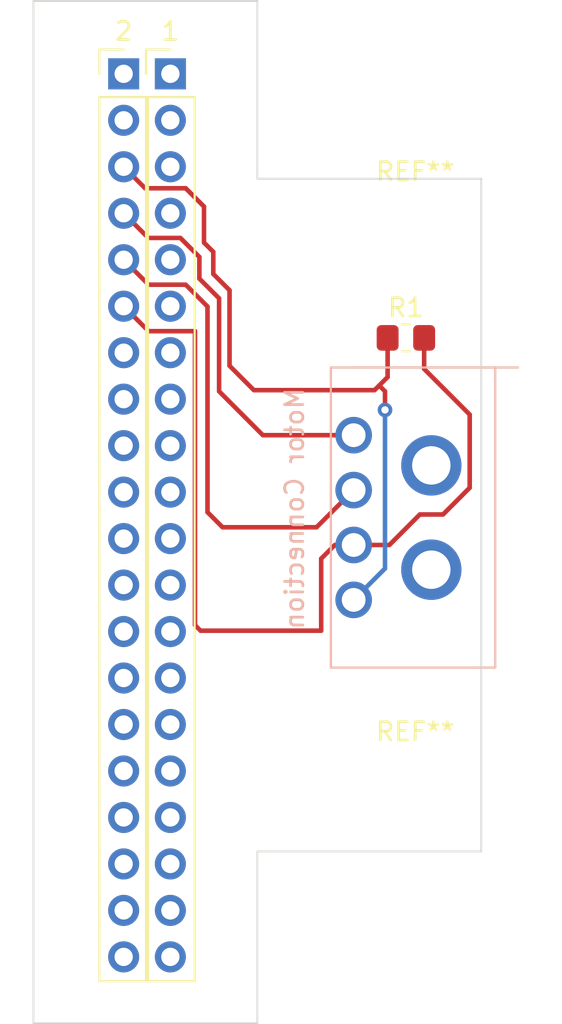
<source format=kicad_pcb>
(kicad_pcb (version 20171130) (host pcbnew "(5.1.10-1-10_14)")

  (general
    (thickness 1.6)
    (drawings 8)
    (tracks 49)
    (zones 0)
    (modules 6)
    (nets 41)
  )

  (page A4)
  (layers
    (0 F.Cu signal)
    (31 B.Cu signal)
    (32 B.Adhes user)
    (33 F.Adhes user)
    (34 B.Paste user)
    (35 F.Paste user)
    (36 B.SilkS user)
    (37 F.SilkS user)
    (38 B.Mask user)
    (39 F.Mask user)
    (40 Dwgs.User user)
    (41 Cmts.User user)
    (42 Eco1.User user)
    (43 Eco2.User user)
    (44 Edge.Cuts user)
    (45 Margin user)
    (46 B.CrtYd user)
    (47 F.CrtYd user)
    (48 B.Fab user)
    (49 F.Fab user)
  )

  (setup
    (last_trace_width 0.25)
    (trace_clearance 0.2)
    (zone_clearance 0.508)
    (zone_45_only no)
    (trace_min 0.2)
    (via_size 0.8)
    (via_drill 0.4)
    (via_min_size 0.4)
    (via_min_drill 0.3)
    (uvia_size 0.3)
    (uvia_drill 0.1)
    (uvias_allowed no)
    (uvia_min_size 0.2)
    (uvia_min_drill 0.1)
    (edge_width 0.1)
    (segment_width 0.2)
    (pcb_text_width 0.3)
    (pcb_text_size 1.5 1.5)
    (mod_edge_width 0.15)
    (mod_text_size 1 1)
    (mod_text_width 0.15)
    (pad_size 1.524 1.524)
    (pad_drill 0.762)
    (pad_to_mask_clearance 0)
    (aux_axis_origin 0 0)
    (visible_elements FFFFFF7F)
    (pcbplotparams
      (layerselection 0x010fc_ffffffff)
      (usegerberextensions false)
      (usegerberattributes true)
      (usegerberadvancedattributes true)
      (creategerberjobfile true)
      (excludeedgelayer true)
      (linewidth 0.100000)
      (plotframeref false)
      (viasonmask false)
      (mode 1)
      (useauxorigin false)
      (hpglpennumber 1)
      (hpglpenspeed 20)
      (hpglpendiameter 15.000000)
      (psnegative false)
      (psa4output false)
      (plotreference true)
      (plotvalue true)
      (plotinvisibletext false)
      (padsonsilk false)
      (subtractmaskfromsilk false)
      (outputformat 1)
      (mirror false)
      (drillshape 1)
      (scaleselection 1)
      (outputdirectory ""))
  )

  (net 0 "")
  (net 1 "Net-(J1-Pad1)")
  (net 2 "Net-(J1-Pad2)")
  (net 3 "Net-(J1-Pad3)")
  (net 4 "Net-(J1-Pad4)")
  (net 5 "Net-(J1-Pad5)")
  (net 6 "Net-(J1-Pad6)")
  (net 7 "Net-(J1-Pad7)")
  (net 8 "Net-(J1-Pad8)")
  (net 9 "Net-(J1-Pad9)")
  (net 10 "Net-(J1-Pad10)")
  (net 11 "Net-(J1-Pad11)")
  (net 12 "Net-(J1-Pad12)")
  (net 13 "Net-(J1-Pad13)")
  (net 14 "Net-(J1-Pad14)")
  (net 15 "Net-(J1-Pad15)")
  (net 16 "Net-(J1-Pad16)")
  (net 17 "Net-(J1-Pad17)")
  (net 18 "Net-(J1-Pad18)")
  (net 19 "Net-(J1-Pad19)")
  (net 20 "Net-(J1-Pad20)")
  (net 21 "Net-(J2-Pad20)")
  (net 22 "Net-(J2-Pad19)")
  (net 23 "Net-(J2-Pad18)")
  (net 24 "Net-(J2-Pad17)")
  (net 25 "Net-(J2-Pad16)")
  (net 26 "Net-(J2-Pad15)")
  (net 27 "Net-(J2-Pad14)")
  (net 28 "Net-(J2-Pad13)")
  (net 29 "Net-(J2-Pad12)")
  (net 30 "Net-(J2-Pad11)")
  (net 31 "Net-(J2-Pad10)")
  (net 32 "Net-(J2-Pad9)")
  (net 33 "Net-(J2-Pad8)")
  (net 34 "Net-(J2-Pad7)")
  (net 35 "Net-(J2-Pad6)")
  (net 36 "Net-(J2-Pad5)")
  (net 37 "Net-(J2-Pad4)")
  (net 38 "Net-(J2-Pad3)")
  (net 39 "Net-(J2-Pad2)")
  (net 40 "Net-(J2-Pad1)")

  (net_class Default "This is the default net class."
    (clearance 0.2)
    (trace_width 0.25)
    (via_dia 0.8)
    (via_drill 0.4)
    (uvia_dia 0.3)
    (uvia_drill 0.1)
    (add_net "Net-(J1-Pad1)")
    (add_net "Net-(J1-Pad10)")
    (add_net "Net-(J1-Pad11)")
    (add_net "Net-(J1-Pad12)")
    (add_net "Net-(J1-Pad13)")
    (add_net "Net-(J1-Pad14)")
    (add_net "Net-(J1-Pad15)")
    (add_net "Net-(J1-Pad16)")
    (add_net "Net-(J1-Pad17)")
    (add_net "Net-(J1-Pad18)")
    (add_net "Net-(J1-Pad19)")
    (add_net "Net-(J1-Pad2)")
    (add_net "Net-(J1-Pad20)")
    (add_net "Net-(J1-Pad3)")
    (add_net "Net-(J1-Pad4)")
    (add_net "Net-(J1-Pad5)")
    (add_net "Net-(J1-Pad6)")
    (add_net "Net-(J1-Pad7)")
    (add_net "Net-(J1-Pad8)")
    (add_net "Net-(J1-Pad9)")
    (add_net "Net-(J2-Pad1)")
    (add_net "Net-(J2-Pad10)")
    (add_net "Net-(J2-Pad11)")
    (add_net "Net-(J2-Pad12)")
    (add_net "Net-(J2-Pad13)")
    (add_net "Net-(J2-Pad14)")
    (add_net "Net-(J2-Pad15)")
    (add_net "Net-(J2-Pad16)")
    (add_net "Net-(J2-Pad17)")
    (add_net "Net-(J2-Pad18)")
    (add_net "Net-(J2-Pad19)")
    (add_net "Net-(J2-Pad2)")
    (add_net "Net-(J2-Pad20)")
    (add_net "Net-(J2-Pad3)")
    (add_net "Net-(J2-Pad4)")
    (add_net "Net-(J2-Pad5)")
    (add_net "Net-(J2-Pad6)")
    (add_net "Net-(J2-Pad7)")
    (add_net "Net-(J2-Pad8)")
    (add_net "Net-(J2-Pad9)")
  )

  (module MountingHole:MountingHole_2.5mm (layer F.Cu) (tedit 56D1B4CB) (tstamp 6161272E)
    (at 152.146 71.4375)
    (descr "Mounting Hole 2.5mm, no annular")
    (tags "mounting hole 2.5mm no annular")
    (attr virtual)
    (fp_text reference REF** (at 0 -3.5) (layer F.SilkS)
      (effects (font (size 1 1) (thickness 0.15)))
    )
    (fp_text value MountingHole_2.5mm (at 0 3.5) (layer F.Fab)
      (effects (font (size 1 1) (thickness 0.15)))
    )
    (fp_text user %R (at 0.3 0) (layer F.Fab)
      (effects (font (size 1 1) (thickness 0.15)))
    )
    (fp_circle (center 0 0) (end 2.5 0) (layer Cmts.User) (width 0.15))
    (fp_circle (center 0 0) (end 2.75 0) (layer F.CrtYd) (width 0.05))
    (pad 1 np_thru_hole circle (at 0 0) (size 2.5 2.5) (drill 2.5) (layers *.Cu *.Mask))
  )

  (module MountingHole:MountingHole_2.5mm (layer F.Cu) (tedit 56D1B4CB) (tstamp 616126F5)
    (at 152.146 40.8305)
    (descr "Mounting Hole 2.5mm, no annular")
    (tags "mounting hole 2.5mm no annular")
    (attr virtual)
    (fp_text reference REF** (at 0 -3.5) (layer F.SilkS)
      (effects (font (size 1 1) (thickness 0.15)))
    )
    (fp_text value MountingHole_2.5mm (at 0 3.5) (layer F.Fab)
      (effects (font (size 1 1) (thickness 0.15)))
    )
    (fp_text user %R (at 0.3 0) (layer F.Fab)
      (effects (font (size 1 1) (thickness 0.15)))
    )
    (fp_circle (center 0 0) (end 2.5 0) (layer Cmts.User) (width 0.15))
    (fp_circle (center 0 0) (end 2.75 0) (layer F.CrtYd) (width 0.05))
    (pad 1 np_thru_hole circle (at 0 0) (size 2.5 2.5) (drill 2.5) (layers *.Cu *.Mask))
  )

  (module Connector_PinHeader_2.54mm:PinHeader_1x20_P2.54mm_Vertical (layer F.Cu) (tedit 59FED5CC) (tstamp 6160C1FA)
    (at 136.191001 31.987501)
    (descr "Through hole straight pin header, 1x20, 2.54mm pitch, single row")
    (tags "Through hole pin header THT 1x20 2.54mm single row")
    (path /61625A5C)
    (fp_text reference 2 (at 0 -2.33) (layer F.SilkS)
      (effects (font (size 1 1) (thickness 0.15)))
    )
    (fp_text value Conn_01x20_Male (at 0 50.59) (layer F.Fab)
      (effects (font (size 1 1) (thickness 0.15)))
    )
    (fp_line (start 1.8 -1.8) (end -1.8 -1.8) (layer F.CrtYd) (width 0.05))
    (fp_line (start 1.8 50.05) (end 1.8 -1.8) (layer F.CrtYd) (width 0.05))
    (fp_line (start -1.8 50.05) (end 1.8 50.05) (layer F.CrtYd) (width 0.05))
    (fp_line (start -1.8 -1.8) (end -1.8 50.05) (layer F.CrtYd) (width 0.05))
    (fp_line (start -1.33 -1.33) (end 0 -1.33) (layer F.SilkS) (width 0.12))
    (fp_line (start -1.33 0) (end -1.33 -1.33) (layer F.SilkS) (width 0.12))
    (fp_line (start -1.33 1.27) (end 1.33 1.27) (layer F.SilkS) (width 0.12))
    (fp_line (start 1.33 1.27) (end 1.33 49.59) (layer F.SilkS) (width 0.12))
    (fp_line (start -1.33 1.27) (end -1.33 49.59) (layer F.SilkS) (width 0.12))
    (fp_line (start -1.33 49.59) (end 1.33 49.59) (layer F.SilkS) (width 0.12))
    (fp_line (start -1.27 -0.635) (end -0.635 -1.27) (layer F.Fab) (width 0.1))
    (fp_line (start -1.27 49.53) (end -1.27 -0.635) (layer F.Fab) (width 0.1))
    (fp_line (start 1.27 49.53) (end -1.27 49.53) (layer F.Fab) (width 0.1))
    (fp_line (start 1.27 -1.27) (end 1.27 49.53) (layer F.Fab) (width 0.1))
    (fp_line (start -0.635 -1.27) (end 1.27 -1.27) (layer F.Fab) (width 0.1))
    (fp_text user %R (at 0 24.13 90) (layer F.Fab)
      (effects (font (size 1 1) (thickness 0.15)))
    )
    (pad 1 thru_hole rect (at 0 0) (size 1.7 1.7) (drill 1) (layers *.Cu *.Mask)
      (net 1 "Net-(J1-Pad1)"))
    (pad 2 thru_hole oval (at 0 2.54) (size 1.7 1.7) (drill 1) (layers *.Cu *.Mask)
      (net 2 "Net-(J1-Pad2)"))
    (pad 3 thru_hole oval (at 0 5.08) (size 1.7 1.7) (drill 1) (layers *.Cu *.Mask)
      (net 3 "Net-(J1-Pad3)"))
    (pad 4 thru_hole oval (at 0 7.62) (size 1.7 1.7) (drill 1) (layers *.Cu *.Mask)
      (net 4 "Net-(J1-Pad4)"))
    (pad 5 thru_hole oval (at 0 10.16) (size 1.7 1.7) (drill 1) (layers *.Cu *.Mask)
      (net 5 "Net-(J1-Pad5)"))
    (pad 6 thru_hole oval (at 0 12.7) (size 1.7 1.7) (drill 1) (layers *.Cu *.Mask)
      (net 6 "Net-(J1-Pad6)"))
    (pad 7 thru_hole oval (at 0 15.24) (size 1.7 1.7) (drill 1) (layers *.Cu *.Mask)
      (net 7 "Net-(J1-Pad7)"))
    (pad 8 thru_hole oval (at 0 17.78) (size 1.7 1.7) (drill 1) (layers *.Cu *.Mask)
      (net 8 "Net-(J1-Pad8)"))
    (pad 9 thru_hole oval (at 0 20.32) (size 1.7 1.7) (drill 1) (layers *.Cu *.Mask)
      (net 9 "Net-(J1-Pad9)"))
    (pad 10 thru_hole oval (at 0 22.86) (size 1.7 1.7) (drill 1) (layers *.Cu *.Mask)
      (net 10 "Net-(J1-Pad10)"))
    (pad 11 thru_hole oval (at 0 25.4) (size 1.7 1.7) (drill 1) (layers *.Cu *.Mask)
      (net 11 "Net-(J1-Pad11)"))
    (pad 12 thru_hole oval (at 0 27.94) (size 1.7 1.7) (drill 1) (layers *.Cu *.Mask)
      (net 12 "Net-(J1-Pad12)"))
    (pad 13 thru_hole oval (at 0 30.48) (size 1.7 1.7) (drill 1) (layers *.Cu *.Mask)
      (net 13 "Net-(J1-Pad13)"))
    (pad 14 thru_hole oval (at 0 33.02) (size 1.7 1.7) (drill 1) (layers *.Cu *.Mask)
      (net 14 "Net-(J1-Pad14)"))
    (pad 15 thru_hole oval (at 0 35.56) (size 1.7 1.7) (drill 1) (layers *.Cu *.Mask)
      (net 15 "Net-(J1-Pad15)"))
    (pad 16 thru_hole oval (at 0 38.1) (size 1.7 1.7) (drill 1) (layers *.Cu *.Mask)
      (net 16 "Net-(J1-Pad16)"))
    (pad 17 thru_hole oval (at 0 40.64) (size 1.7 1.7) (drill 1) (layers *.Cu *.Mask)
      (net 17 "Net-(J1-Pad17)"))
    (pad 18 thru_hole oval (at 0 43.18) (size 1.7 1.7) (drill 1) (layers *.Cu *.Mask)
      (net 18 "Net-(J1-Pad18)"))
    (pad 19 thru_hole oval (at 0 45.72) (size 1.7 1.7) (drill 1) (layers *.Cu *.Mask)
      (net 19 "Net-(J1-Pad19)"))
    (pad 20 thru_hole oval (at 0 48.26) (size 1.7 1.7) (drill 1) (layers *.Cu *.Mask)
      (net 20 "Net-(J1-Pad20)"))
    (model ${KISYS3DMOD}/Connector_PinHeader_2.54mm.3dshapes/PinHeader_1x20_P2.54mm_Vertical.wrl
      (at (xyz 0 0 0))
      (scale (xyz 1 1 1))
      (rotate (xyz 0 0 0))
    )
  )

  (module Connector_PinHeader_2.54mm:PinHeader_1x20_P2.54mm_Vertical (layer F.Cu) (tedit 59FED5CC) (tstamp 6160C222)
    (at 138.7475 31.987501)
    (descr "Through hole straight pin header, 1x20, 2.54mm pitch, single row")
    (tags "Through hole pin header THT 1x20 2.54mm single row")
    (path /61626C2B)
    (fp_text reference 1 (at 0 -2.33) (layer F.SilkS)
      (effects (font (size 1 1) (thickness 0.15)))
    )
    (fp_text value Conn_01x20_Male (at 0 50.59) (layer F.Fab)
      (effects (font (size 1 1) (thickness 0.15)))
    )
    (fp_text user %R (at 0 24.13 90) (layer F.Fab)
      (effects (font (size 1 1) (thickness 0.15)))
    )
    (fp_line (start -0.635 -1.27) (end 1.27 -1.27) (layer F.Fab) (width 0.1))
    (fp_line (start 1.27 -1.27) (end 1.27 49.53) (layer F.Fab) (width 0.1))
    (fp_line (start 1.27 49.53) (end -1.27 49.53) (layer F.Fab) (width 0.1))
    (fp_line (start -1.27 49.53) (end -1.27 -0.635) (layer F.Fab) (width 0.1))
    (fp_line (start -1.27 -0.635) (end -0.635 -1.27) (layer F.Fab) (width 0.1))
    (fp_line (start -1.33 49.59) (end 1.33 49.59) (layer F.SilkS) (width 0.12))
    (fp_line (start -1.33 1.27) (end -1.33 49.59) (layer F.SilkS) (width 0.12))
    (fp_line (start 1.33 1.27) (end 1.33 49.59) (layer F.SilkS) (width 0.12))
    (fp_line (start -1.33 1.27) (end 1.33 1.27) (layer F.SilkS) (width 0.12))
    (fp_line (start -1.33 0) (end -1.33 -1.33) (layer F.SilkS) (width 0.12))
    (fp_line (start -1.33 -1.33) (end 0 -1.33) (layer F.SilkS) (width 0.12))
    (fp_line (start -1.8 -1.8) (end -1.8 50.05) (layer F.CrtYd) (width 0.05))
    (fp_line (start -1.8 50.05) (end 1.8 50.05) (layer F.CrtYd) (width 0.05))
    (fp_line (start 1.8 50.05) (end 1.8 -1.8) (layer F.CrtYd) (width 0.05))
    (fp_line (start 1.8 -1.8) (end -1.8 -1.8) (layer F.CrtYd) (width 0.05))
    (pad 20 thru_hole oval (at 0 48.26) (size 1.7 1.7) (drill 1) (layers *.Cu *.Mask)
      (net 21 "Net-(J2-Pad20)"))
    (pad 19 thru_hole oval (at 0 45.72) (size 1.7 1.7) (drill 1) (layers *.Cu *.Mask)
      (net 22 "Net-(J2-Pad19)"))
    (pad 18 thru_hole oval (at 0 43.18) (size 1.7 1.7) (drill 1) (layers *.Cu *.Mask)
      (net 23 "Net-(J2-Pad18)"))
    (pad 17 thru_hole oval (at 0 40.64) (size 1.7 1.7) (drill 1) (layers *.Cu *.Mask)
      (net 24 "Net-(J2-Pad17)"))
    (pad 16 thru_hole oval (at 0 38.1) (size 1.7 1.7) (drill 1) (layers *.Cu *.Mask)
      (net 25 "Net-(J2-Pad16)"))
    (pad 15 thru_hole oval (at 0 35.56) (size 1.7 1.7) (drill 1) (layers *.Cu *.Mask)
      (net 26 "Net-(J2-Pad15)"))
    (pad 14 thru_hole oval (at 0 33.02) (size 1.7 1.7) (drill 1) (layers *.Cu *.Mask)
      (net 27 "Net-(J2-Pad14)"))
    (pad 13 thru_hole oval (at 0 30.48) (size 1.7 1.7) (drill 1) (layers *.Cu *.Mask)
      (net 28 "Net-(J2-Pad13)"))
    (pad 12 thru_hole oval (at 0 27.94) (size 1.7 1.7) (drill 1) (layers *.Cu *.Mask)
      (net 29 "Net-(J2-Pad12)"))
    (pad 11 thru_hole oval (at 0 25.4) (size 1.7 1.7) (drill 1) (layers *.Cu *.Mask)
      (net 30 "Net-(J2-Pad11)"))
    (pad 10 thru_hole oval (at 0 22.86) (size 1.7 1.7) (drill 1) (layers *.Cu *.Mask)
      (net 31 "Net-(J2-Pad10)"))
    (pad 9 thru_hole oval (at 0 20.32) (size 1.7 1.7) (drill 1) (layers *.Cu *.Mask)
      (net 32 "Net-(J2-Pad9)"))
    (pad 8 thru_hole oval (at 0 17.78) (size 1.7 1.7) (drill 1) (layers *.Cu *.Mask)
      (net 33 "Net-(J2-Pad8)"))
    (pad 7 thru_hole oval (at 0 15.24) (size 1.7 1.7) (drill 1) (layers *.Cu *.Mask)
      (net 34 "Net-(J2-Pad7)"))
    (pad 6 thru_hole oval (at 0 12.7) (size 1.7 1.7) (drill 1) (layers *.Cu *.Mask)
      (net 35 "Net-(J2-Pad6)"))
    (pad 5 thru_hole oval (at 0 10.16) (size 1.7 1.7) (drill 1) (layers *.Cu *.Mask)
      (net 36 "Net-(J2-Pad5)"))
    (pad 4 thru_hole oval (at 0 7.62) (size 1.7 1.7) (drill 1) (layers *.Cu *.Mask)
      (net 37 "Net-(J2-Pad4)"))
    (pad 3 thru_hole oval (at 0 5.08) (size 1.7 1.7) (drill 1) (layers *.Cu *.Mask)
      (net 38 "Net-(J2-Pad3)"))
    (pad 2 thru_hole oval (at 0 2.54) (size 1.7 1.7) (drill 1) (layers *.Cu *.Mask)
      (net 39 "Net-(J2-Pad2)"))
    (pad 1 thru_hole rect (at 0 0) (size 1.7 1.7) (drill 1) (layers *.Cu *.Mask)
      (net 40 "Net-(J2-Pad1)"))
    (model ${KISYS3DMOD}/Connector_PinHeader_2.54mm.3dshapes/PinHeader_1x20_P2.54mm_Vertical.wrl
      (at (xyz 0 0 0))
      (scale (xyz 1 1 1))
      (rotate (xyz 0 0 0))
    )
  )

  (module Resistor_SMD:R_0805_2012Metric_Pad1.20x1.40mm_HandSolder (layer F.Cu) (tedit 5F68FEEE) (tstamp 6160C24B)
    (at 151.638 46.4185)
    (descr "Resistor SMD 0805 (2012 Metric), square (rectangular) end terminal, IPC_7351 nominal with elongated pad for handsoldering. (Body size source: IPC-SM-782 page 72, https://www.pcb-3d.com/wordpress/wp-content/uploads/ipc-sm-782a_amendment_1_and_2.pdf), generated with kicad-footprint-generator")
    (tags "resistor handsolder")
    (path /6160EA2B)
    (attr smd)
    (fp_text reference R1 (at 0 -1.65) (layer F.SilkS)
      (effects (font (size 1 1) (thickness 0.15)))
    )
    (fp_text value R (at 0 1.65) (layer F.Fab)
      (effects (font (size 1 1) (thickness 0.15)))
    )
    (fp_line (start 1.85 0.95) (end -1.85 0.95) (layer F.CrtYd) (width 0.05))
    (fp_line (start 1.85 -0.95) (end 1.85 0.95) (layer F.CrtYd) (width 0.05))
    (fp_line (start -1.85 -0.95) (end 1.85 -0.95) (layer F.CrtYd) (width 0.05))
    (fp_line (start -1.85 0.95) (end -1.85 -0.95) (layer F.CrtYd) (width 0.05))
    (fp_line (start -0.227064 0.735) (end 0.227064 0.735) (layer F.SilkS) (width 0.12))
    (fp_line (start -0.227064 -0.735) (end 0.227064 -0.735) (layer F.SilkS) (width 0.12))
    (fp_line (start 1 0.625) (end -1 0.625) (layer F.Fab) (width 0.1))
    (fp_line (start 1 -0.625) (end 1 0.625) (layer F.Fab) (width 0.1))
    (fp_line (start -1 -0.625) (end 1 -0.625) (layer F.Fab) (width 0.1))
    (fp_line (start -1 0.625) (end -1 -0.625) (layer F.Fab) (width 0.1))
    (fp_text user %R (at 0 0) (layer F.Fab)
      (effects (font (size 0.5 0.5) (thickness 0.08)))
    )
    (pad 1 smd roundrect (at -1 0) (size 1.2 1.4) (layers F.Cu F.Paste F.Mask) (roundrect_rratio 0.208333)
      (net 3 "Net-(J1-Pad3)"))
    (pad 2 smd roundrect (at 1 0) (size 1.2 1.4) (layers F.Cu F.Paste F.Mask) (roundrect_rratio 0.208333)
      (net 6 "Net-(J1-Pad6)"))
    (model ${KISYS3DMOD}/Resistor_SMD.3dshapes/R_0805_2012Metric.wrl
      (at (xyz 0 0 0))
      (scale (xyz 1 1 1))
      (rotate (xyz 0 0 0))
    )
  )

  (module Connector:TE_Connectivity_AMP_Connectors (layer B.Cu) (tedit 6160B907) (tstamp 6160CA2E)
    (at 153.0305 53.887 270)
    (path /61628496)
    (fp_text reference "Motor Connection" (at 1.866 7.4885 270) (layer B.SilkS)
      (effects (font (size 1 1) (thickness 0.15)) (justify mirror))
    )
    (fp_text value Conn_01x04_Male (at 0 11.43 270) (layer B.Fab)
      (effects (font (size 1 1) (thickness 0.15)) (justify mirror))
    )
    (fp_line (start -5.85 4.25) (end -5.85 -4.75) (layer B.SilkS) (width 0.12))
    (fp_line (start -5.85 5.5) (end 10.55 5.5) (layer B.SilkS) (width 0.12))
    (fp_line (start -5.85 5.5) (end -5.85 -3.5) (layer B.SilkS) (width 0.12))
    (fp_line (start 10.55 5.5) (end 10.55 -3.5) (layer B.SilkS) (width 0.12))
    (fp_line (start -5.85 -3.5) (end 10.55 -3.5) (layer B.SilkS) (width 0.12))
    (pad 5 thru_hole circle (at -0.5 0 270) (size 3.3 3.3) (drill 2.1) (layers *.Cu *.Mask))
    (pad 6 thru_hole circle (at 5.2 0 270) (size 3.3 3.3) (drill 2.1) (layers *.Cu *.Mask))
    (pad 1 thru_hole circle (at -2.15 4.25 270) (size 2 2) (drill 1.3) (layers *.Cu *.Mask)
      (net 4 "Net-(J1-Pad4)"))
    (pad 2 thru_hole circle (at 0.85 4.25 270) (size 2 2) (drill 1.3) (layers *.Cu *.Mask)
      (net 5 "Net-(J1-Pad5)"))
    (pad 3 thru_hole circle (at 3.85 4.25 270) (size 2 2) (drill 1.3) (layers *.Cu *.Mask)
      (net 6 "Net-(J1-Pad6)"))
    (pad 4 thru_hole circle (at 6.85 4.25 270) (size 2 2) (drill 1.3) (layers *.Cu *.Mask)
      (net 3 "Net-(J1-Pad3)"))
  )

  (gr_line (start 143.51 28.0035) (end 131.2545 28.0035) (layer Edge.Cuts) (width 0.1) (tstamp 6161278E))
  (gr_line (start 143.51 37.719) (end 143.51 28.0035) (layer Edge.Cuts) (width 0.1))
  (gr_line (start 155.7655 37.719) (end 143.51 37.719) (layer Edge.Cuts) (width 0.1))
  (gr_line (start 155.7655 74.4855) (end 155.7655 37.719) (layer Edge.Cuts) (width 0.1))
  (gr_line (start 143.51 74.4855) (end 155.7655 74.4855) (layer Edge.Cuts) (width 0.1))
  (gr_line (start 143.51 83.8835) (end 143.51 74.4855) (layer Edge.Cuts) (width 0.1))
  (gr_line (start 131.2545 83.8835) (end 143.51 83.8835) (layer Edge.Cuts) (width 0.1))
  (gr_line (start 131.2545 28.0035) (end 131.2545 83.8835) (layer Edge.Cuts) (width 0.1))

  (segment (start 150.638 48.5615) (end 150.638 46.4185) (width 0.25) (layer F.Cu) (net 3))
  (segment (start 148.7805 60.737) (end 150.495 59.0225) (width 0.25) (layer B.Cu) (net 3))
  (segment (start 150.495 59.0225) (end 150.495 50.3555) (width 0.25) (layer B.Cu) (net 3))
  (segment (start 150.495 50.3555) (end 150.495 50.3555) (width 0.25) (layer B.Cu) (net 3) (tstamp 6160CB56))
  (via (at 150.495 50.3555) (size 0.8) (drill 0.4) (layers F.Cu B.Cu) (net 3))
  (segment (start 150.495 49.3395) (end 150.1775 49.022) (width 0.25) (layer F.Cu) (net 3))
  (segment (start 150.495 50.3555) (end 150.495 49.3395) (width 0.25) (layer F.Cu) (net 3))
  (segment (start 150.1775 49.022) (end 150.638 48.5615) (width 0.25) (layer F.Cu) (net 3))
  (segment (start 143.3195 49.276) (end 149.9235 49.276) (width 0.25) (layer F.Cu) (net 3))
  (segment (start 141.986 47.9425) (end 143.3195 49.276) (width 0.25) (layer F.Cu) (net 3))
  (segment (start 141.097 42.926) (end 141.986 43.815) (width 0.25) (layer F.Cu) (net 3))
  (segment (start 141.097 41.7195) (end 141.097 42.926) (width 0.25) (layer F.Cu) (net 3))
  (segment (start 149.9235 49.276) (end 150.1775 49.022) (width 0.25) (layer F.Cu) (net 3))
  (segment (start 136.191001 37.067501) (end 137.366002 38.242502) (width 0.25) (layer F.Cu) (net 3))
  (segment (start 140.589 39.243) (end 140.589 41.2115) (width 0.25) (layer F.Cu) (net 3))
  (segment (start 140.589 41.2115) (end 141.097 41.7195) (width 0.25) (layer F.Cu) (net 3))
  (segment (start 139.588502 38.242502) (end 140.589 39.243) (width 0.25) (layer F.Cu) (net 3))
  (segment (start 141.986 43.815) (end 141.986 47.9425) (width 0.25) (layer F.Cu) (net 3))
  (segment (start 137.366002 38.242502) (end 139.588502 38.242502) (width 0.25) (layer F.Cu) (net 3))
  (segment (start 143.812 51.737) (end 148.7805 51.737) (width 0.25) (layer F.Cu) (net 4))
  (segment (start 141.4145 49.3395) (end 143.812 51.737) (width 0.25) (layer F.Cu) (net 4))
  (segment (start 141.4145 44.2595) (end 141.4145 49.3395) (width 0.25) (layer F.Cu) (net 4))
  (segment (start 140.335 43.18) (end 141.4145 44.2595) (width 0.25) (layer F.Cu) (net 4))
  (segment (start 140.335 41.995999) (end 140.335 43.18) (width 0.25) (layer F.Cu) (net 4))
  (segment (start 139.296501 40.9575) (end 140.335 41.995999) (width 0.25) (layer F.Cu) (net 4))
  (segment (start 137.541 40.9575) (end 139.296501 40.9575) (width 0.25) (layer F.Cu) (net 4))
  (segment (start 136.191001 39.607501) (end 137.541 40.9575) (width 0.25) (layer F.Cu) (net 4))
  (segment (start 137.556 43.5125) (end 139.588 43.5125) (width 0.25) (layer F.Cu) (net 5))
  (segment (start 136.191001 42.147501) (end 137.556 43.5125) (width 0.25) (layer F.Cu) (net 5))
  (segment (start 139.588 43.5125) (end 140.7795 44.704) (width 0.25) (layer F.Cu) (net 5))
  (segment (start 140.7795 44.704) (end 140.7795 55.9435) (width 0.25) (layer F.Cu) (net 5))
  (segment (start 140.7795 55.9435) (end 141.605 56.769) (width 0.25) (layer F.Cu) (net 5))
  (segment (start 146.7485 56.769) (end 148.7805 54.737) (width 0.25) (layer F.Cu) (net 5))
  (segment (start 141.605 56.769) (end 146.7485 56.769) (width 0.25) (layer F.Cu) (net 5))
  (segment (start 148.7805 57.737) (end 150.7335 57.737) (width 0.25) (layer F.Cu) (net 6))
  (segment (start 150.7335 57.737) (end 152.4 56.0705) (width 0.25) (layer F.Cu) (net 6))
  (segment (start 152.4 56.0705) (end 153.67 56.0705) (width 0.25) (layer F.Cu) (net 6))
  (segment (start 153.67 56.0705) (end 155.1305 54.61) (width 0.25) (layer F.Cu) (net 6))
  (segment (start 155.1305 54.61) (end 155.1305 50.6095) (width 0.25) (layer F.Cu) (net 6))
  (segment (start 152.638 48.117) (end 152.638 46.4185) (width 0.25) (layer F.Cu) (net 6))
  (segment (start 155.1305 50.6095) (end 152.638 48.117) (width 0.25) (layer F.Cu) (net 6))
  (segment (start 147.0025 58.4835) (end 147.749 57.737) (width 0.25) (layer F.Cu) (net 6))
  (segment (start 147.0025 62.4205) (end 147.0025 58.4835) (width 0.25) (layer F.Cu) (net 6))
  (segment (start 136.191001 44.687501) (end 137.556 46.0525) (width 0.25) (layer F.Cu) (net 6))
  (segment (start 140.3985 62.4205) (end 147.0025 62.4205) (width 0.25) (layer F.Cu) (net 6))
  (segment (start 147.749 57.737) (end 148.7805 57.737) (width 0.25) (layer F.Cu) (net 6))
  (segment (start 140.096 46.0525) (end 140.096 62.118) (width 0.25) (layer F.Cu) (net 6))
  (segment (start 137.556 46.0525) (end 140.096 46.0525) (width 0.25) (layer F.Cu) (net 6))
  (segment (start 140.096 62.118) (end 140.3985 62.4205) (width 0.25) (layer F.Cu) (net 6))

)

</source>
